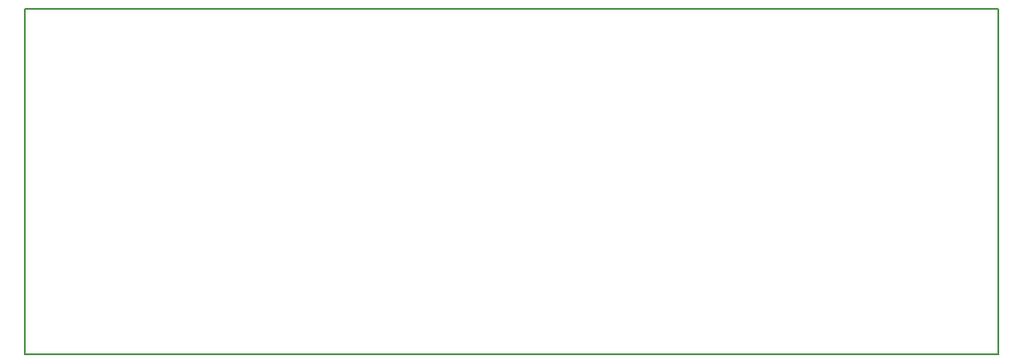
<source format=gbr>
G04 #@! TF.FileFunction,Profile,NP*
%FSLAX46Y46*%
G04 Gerber Fmt 4.6, Leading zero omitted, Abs format (unit mm)*
G04 Created by KiCad (PCBNEW 4.0.1-stable) date 1/9/2016 1:44:47 PM*
%MOMM*%
G01*
G04 APERTURE LIST*
%ADD10C,0.100000*%
%ADD11C,0.150000*%
G04 APERTURE END LIST*
D10*
D11*
X23622000Y-121412000D02*
X82804000Y-121412000D01*
X23622000Y-120142000D02*
X23622000Y-121412000D01*
X23622000Y-88392000D02*
X23622000Y-120142000D01*
X116586000Y-88392000D02*
X23622000Y-88392000D01*
X116586000Y-121412000D02*
X116586000Y-88392000D01*
X82804000Y-121412000D02*
X116586000Y-121412000D01*
M02*

</source>
